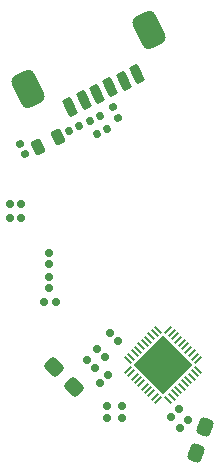
<source format=gbp>
G04*
G04 #@! TF.GenerationSoftware,Altium Limited,Altium Designer,20.1.11 (218)*
G04*
G04 Layer_Color=128*
%FSLAX25Y25*%
%MOIN*%
G70*
G04*
G04 #@! TF.SameCoordinates,A89DC92D-1D16-4819-8E46-697129492B70*
G04*
G04*
G04 #@! TF.FilePolarity,Positive*
G04*
G01*
G75*
G04:AMPARAMS|DCode=75|XSize=7.87mil|YSize=31.5mil|CornerRadius=0mil|HoleSize=0mil|Usage=FLASHONLY|Rotation=225.000|XOffset=0mil|YOffset=0mil|HoleType=Round|Shape=Round|*
%AMOVALD75*
21,1,0.02362,0.00787,0.00000,0.00000,315.0*
1,1,0.00787,-0.00835,0.00835*
1,1,0.00787,0.00835,-0.00835*
%
%ADD75OVALD75*%

G04:AMPARAMS|DCode=76|XSize=7.87mil|YSize=31.5mil|CornerRadius=0mil|HoleSize=0mil|Usage=FLASHONLY|Rotation=135.000|XOffset=0mil|YOffset=0mil|HoleType=Round|Shape=Round|*
%AMOVALD76*
21,1,0.02362,0.00787,0.00000,0.00000,225.0*
1,1,0.00787,0.00835,0.00835*
1,1,0.00787,-0.00835,-0.00835*
%
%ADD76OVALD76*%

G04:AMPARAMS|DCode=78|XSize=36mil|YSize=51mil|CornerRadius=9mil|HoleSize=0mil|Usage=FLASHONLY|Rotation=206.000|XOffset=0mil|YOffset=0mil|HoleType=Round|Shape=RoundedRectangle|*
%AMROUNDEDRECTD78*
21,1,0.03600,0.03300,0,0,206.0*
21,1,0.01800,0.05100,0,0,206.0*
1,1,0.01800,-0.01532,0.01089*
1,1,0.01800,0.00086,0.01878*
1,1,0.01800,0.01532,-0.01089*
1,1,0.01800,-0.00086,-0.01878*
%
%ADD78ROUNDEDRECTD78*%
%ADD79P,0.19376X4X270.0*%
G04:AMPARAMS|DCode=80|XSize=24.5mil|YSize=26mil|CornerRadius=6.13mil|HoleSize=0mil|Usage=FLASHONLY|Rotation=45.000|XOffset=0mil|YOffset=0mil|HoleType=Round|Shape=RoundedRectangle|*
%AMROUNDEDRECTD80*
21,1,0.02450,0.01375,0,0,45.0*
21,1,0.01225,0.02600,0,0,45.0*
1,1,0.01225,0.00919,-0.00053*
1,1,0.01225,0.00053,-0.00919*
1,1,0.01225,-0.00919,0.00053*
1,1,0.01225,-0.00053,0.00919*
%
%ADD80ROUNDEDRECTD80*%
G04:AMPARAMS|DCode=81|XSize=24.5mil|YSize=26mil|CornerRadius=6.13mil|HoleSize=0mil|Usage=FLASHONLY|Rotation=270.000|XOffset=0mil|YOffset=0mil|HoleType=Round|Shape=RoundedRectangle|*
%AMROUNDEDRECTD81*
21,1,0.02450,0.01375,0,0,270.0*
21,1,0.01225,0.02600,0,0,270.0*
1,1,0.01225,-0.00688,-0.00613*
1,1,0.01225,-0.00688,0.00613*
1,1,0.01225,0.00688,0.00613*
1,1,0.01225,0.00688,-0.00613*
%
%ADD81ROUNDEDRECTD81*%
G04:AMPARAMS|DCode=82|XSize=24.5mil|YSize=26mil|CornerRadius=6.13mil|HoleSize=0mil|Usage=FLASHONLY|Rotation=180.000|XOffset=0mil|YOffset=0mil|HoleType=Round|Shape=RoundedRectangle|*
%AMROUNDEDRECTD82*
21,1,0.02450,0.01375,0,0,180.0*
21,1,0.01225,0.02600,0,0,180.0*
1,1,0.01225,-0.00613,0.00688*
1,1,0.01225,0.00613,0.00688*
1,1,0.01225,0.00613,-0.00688*
1,1,0.01225,-0.00613,-0.00688*
%
%ADD82ROUNDEDRECTD82*%
G04:AMPARAMS|DCode=83|XSize=82.68mil|YSize=118.11mil|CornerRadius=20.67mil|HoleSize=0mil|Usage=FLASHONLY|Rotation=26.000|XOffset=0mil|YOffset=0mil|HoleType=Round|Shape=RoundedRectangle|*
%AMROUNDEDRECTD83*
21,1,0.08268,0.07677,0,0,26.0*
21,1,0.04134,0.11811,0,0,26.0*
1,1,0.04134,0.03541,-0.02544*
1,1,0.04134,-0.00175,-0.04356*
1,1,0.04134,-0.03541,0.02544*
1,1,0.04134,0.00175,0.04356*
%
%ADD83ROUNDEDRECTD83*%
G04:AMPARAMS|DCode=84|XSize=31.5mil|YSize=62.99mil|CornerRadius=7.87mil|HoleSize=0mil|Usage=FLASHONLY|Rotation=26.000|XOffset=0mil|YOffset=0mil|HoleType=Round|Shape=RoundedRectangle|*
%AMROUNDEDRECTD84*
21,1,0.03150,0.04724,0,0,26.0*
21,1,0.01575,0.06299,0,0,26.0*
1,1,0.01575,0.01743,-0.01778*
1,1,0.01575,0.00328,-0.02468*
1,1,0.01575,-0.01743,0.01778*
1,1,0.01575,-0.00328,0.02468*
%
%ADD84ROUNDEDRECTD84*%
G04:AMPARAMS|DCode=85|XSize=24.5mil|YSize=26mil|CornerRadius=6.13mil|HoleSize=0mil|Usage=FLASHONLY|Rotation=296.000|XOffset=0mil|YOffset=0mil|HoleType=Round|Shape=RoundedRectangle|*
%AMROUNDEDRECTD85*
21,1,0.02450,0.01375,0,0,296.0*
21,1,0.01225,0.02600,0,0,296.0*
1,1,0.01225,-0.00349,-0.00852*
1,1,0.01225,-0.00886,0.00249*
1,1,0.01225,0.00349,0.00852*
1,1,0.01225,0.00886,-0.00249*
%
%ADD85ROUNDEDRECTD85*%
G04:AMPARAMS|DCode=86|XSize=24.5mil|YSize=26mil|CornerRadius=6.13mil|HoleSize=0mil|Usage=FLASHONLY|Rotation=135.000|XOffset=0mil|YOffset=0mil|HoleType=Round|Shape=RoundedRectangle|*
%AMROUNDEDRECTD86*
21,1,0.02450,0.01375,0,0,135.0*
21,1,0.01225,0.02600,0,0,135.0*
1,1,0.01225,0.00053,0.00919*
1,1,0.01225,0.00919,0.00053*
1,1,0.01225,-0.00053,-0.00919*
1,1,0.01225,-0.00919,-0.00053*
%
%ADD86ROUNDEDRECTD86*%
G04:AMPARAMS|DCode=87|XSize=24.5mil|YSize=26mil|CornerRadius=6.13mil|HoleSize=0mil|Usage=FLASHONLY|Rotation=206.000|XOffset=0mil|YOffset=0mil|HoleType=Round|Shape=RoundedRectangle|*
%AMROUNDEDRECTD87*
21,1,0.02450,0.01375,0,0,206.0*
21,1,0.01225,0.02600,0,0,206.0*
1,1,0.01225,-0.00852,0.00349*
1,1,0.01225,0.00249,0.00886*
1,1,0.01225,0.00852,-0.00349*
1,1,0.01225,-0.00249,-0.00886*
%
%ADD87ROUNDEDRECTD87*%
G04:AMPARAMS|DCode=88|XSize=59.06mil|YSize=48.42mil|CornerRadius=12.11mil|HoleSize=0mil|Usage=FLASHONLY|Rotation=135.000|XOffset=0mil|YOffset=0mil|HoleType=Round|Shape=RoundedRectangle|*
%AMROUNDEDRECTD88*
21,1,0.05906,0.02421,0,0,135.0*
21,1,0.03484,0.04842,0,0,135.0*
1,1,0.02421,-0.00376,0.02088*
1,1,0.02421,0.02088,-0.00376*
1,1,0.02421,0.00376,-0.02088*
1,1,0.02421,-0.02088,0.00376*
%
%ADD88ROUNDEDRECTD88*%
G04:AMPARAMS|DCode=89|XSize=59.06mil|YSize=48.42mil|CornerRadius=12.11mil|HoleSize=0mil|Usage=FLASHONLY|Rotation=70.000|XOffset=0mil|YOffset=0mil|HoleType=Round|Shape=RoundedRectangle|*
%AMROUNDEDRECTD89*
21,1,0.05906,0.02421,0,0,70.0*
21,1,0.03484,0.04842,0,0,70.0*
1,1,0.02421,0.01734,0.01223*
1,1,0.02421,0.00542,-0.02051*
1,1,0.02421,-0.01734,-0.01223*
1,1,0.02421,-0.00542,0.02051*
%
%ADD89ROUNDEDRECTD89*%
D75*
X8352Y-52255D02*
D03*
X10579Y-50028D02*
D03*
X9465Y-51142D02*
D03*
X11692Y-48915D02*
D03*
X7238Y-53369D02*
D03*
X6125Y-54482D02*
D03*
X5011Y-55596D02*
D03*
X3898Y-56709D02*
D03*
X2784Y-57823D02*
D03*
X1670Y-58937D02*
D03*
X-1670Y-35552D02*
D03*
X-2784Y-36665D02*
D03*
X-3897Y-37779D02*
D03*
X-5011Y-38892D02*
D03*
X-6125Y-40006D02*
D03*
X-7238Y-41120D02*
D03*
X-8352Y-42233D02*
D03*
X-9465Y-43347D02*
D03*
X-10579Y-44460D02*
D03*
X-11692Y-45574D02*
D03*
D76*
X11692Y-45574D02*
D03*
X9465Y-43347D02*
D03*
X8352Y-42233D02*
D03*
X6125Y-40006D02*
D03*
X3898Y-37779D02*
D03*
X1670Y-35552D02*
D03*
X2784Y-36665D02*
D03*
X7238Y-41120D02*
D03*
X10579Y-44460D02*
D03*
X5011Y-38892D02*
D03*
X-2784Y-57823D02*
D03*
X-1670Y-58936D02*
D03*
X-3898Y-56709D02*
D03*
X-9465Y-51142D02*
D03*
X-8352Y-52255D02*
D03*
X-11692Y-48914D02*
D03*
X-10579Y-50028D02*
D03*
X-6125Y-54482D02*
D03*
X-5011Y-55596D02*
D03*
X-7238Y-53369D02*
D03*
D78*
X-35032Y28724D02*
D03*
X-41683Y25480D02*
D03*
D79*
X0Y-47244D02*
D03*
D80*
X-21029Y-53214D02*
D03*
X-18341Y-50527D02*
D03*
X8430Y-65684D02*
D03*
X5743Y-68371D02*
D03*
X5379Y-61845D02*
D03*
X2692Y-64533D02*
D03*
D81*
X-38189Y-21684D02*
D03*
X-38189Y-17883D02*
D03*
X-38189Y-9911D02*
D03*
Y-13711D02*
D03*
X-13681Y-61092D02*
D03*
Y-64892D02*
D03*
X-18799Y-61092D02*
D03*
Y-64892D02*
D03*
D82*
X-51211Y6398D02*
D03*
X-47411Y6398D02*
D03*
X-51211Y1673D02*
D03*
X-47411Y1673D02*
D03*
X-35895Y-26378D02*
D03*
X-39695D02*
D03*
D83*
X-4774Y64226D02*
D03*
X-44937Y44637D02*
D03*
D84*
X-8793Y49563D02*
D03*
X-13216Y47405D02*
D03*
X-17639Y45248D02*
D03*
X-22062Y43091D02*
D03*
X-26485Y40934D02*
D03*
X-30908Y38776D02*
D03*
D85*
X-15115Y35147D02*
D03*
X-16781Y38562D02*
D03*
X-47880Y26511D02*
D03*
X-46214Y23095D02*
D03*
D86*
X-17584Y-36747D02*
D03*
X-14897Y-39434D02*
D03*
X-19326Y-44651D02*
D03*
X-22013Y-41964D02*
D03*
X-22869Y-48194D02*
D03*
X-25556Y-45507D02*
D03*
D87*
X-22215Y29806D02*
D03*
X-18800Y31472D02*
D03*
X-24441Y34195D02*
D03*
X-21026Y35861D02*
D03*
X-28048Y32299D02*
D03*
X-31463Y30633D02*
D03*
D88*
X-29869Y-54481D02*
D03*
X-36272Y-48078D02*
D03*
D89*
X10853Y-76597D02*
D03*
X13950Y-68088D02*
D03*
M02*

</source>
